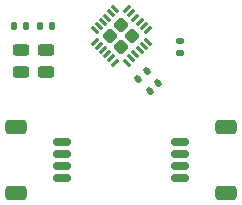
<source format=gbr>
%TF.GenerationSoftware,KiCad,Pcbnew,7.0.6*%
%TF.CreationDate,2023-08-27T19:49:05-04:00*%
%TF.ProjectId,miniclick,6d696e69-636c-4696-936b-2e6b69636164,rev?*%
%TF.SameCoordinates,Original*%
%TF.FileFunction,Paste,Bot*%
%TF.FilePolarity,Positive*%
%FSLAX46Y46*%
G04 Gerber Fmt 4.6, Leading zero omitted, Abs format (unit mm)*
G04 Created by KiCad (PCBNEW 7.0.6) date 2023-08-27 19:49:05*
%MOMM*%
%LPD*%
G01*
G04 APERTURE LIST*
G04 Aperture macros list*
%AMRoundRect*
0 Rectangle with rounded corners*
0 $1 Rounding radius*
0 $2 $3 $4 $5 $6 $7 $8 $9 X,Y pos of 4 corners*
0 Add a 4 corners polygon primitive as box body*
4,1,4,$2,$3,$4,$5,$6,$7,$8,$9,$2,$3,0*
0 Add four circle primitives for the rounded corners*
1,1,$1+$1,$2,$3*
1,1,$1+$1,$4,$5*
1,1,$1+$1,$6,$7*
1,1,$1+$1,$8,$9*
0 Add four rect primitives between the rounded corners*
20,1,$1+$1,$2,$3,$4,$5,0*
20,1,$1+$1,$4,$5,$6,$7,0*
20,1,$1+$1,$6,$7,$8,$9,0*
20,1,$1+$1,$8,$9,$2,$3,0*%
G04 Aperture macros list end*
%ADD10RoundRect,0.135000X0.135000X0.185000X-0.135000X0.185000X-0.135000X-0.185000X0.135000X-0.185000X0*%
%ADD11RoundRect,0.243750X0.456250X-0.243750X0.456250X0.243750X-0.456250X0.243750X-0.456250X-0.243750X0*%
%ADD12RoundRect,0.150000X-0.625000X0.150000X-0.625000X-0.150000X0.625000X-0.150000X0.625000X0.150000X0*%
%ADD13RoundRect,0.250000X-0.650000X0.350000X-0.650000X-0.350000X0.650000X-0.350000X0.650000X0.350000X0*%
%ADD14RoundRect,0.135000X0.185000X-0.135000X0.185000X0.135000X-0.185000X0.135000X-0.185000X-0.135000X0*%
%ADD15RoundRect,0.140000X0.021213X-0.219203X0.219203X-0.021213X-0.021213X0.219203X-0.219203X0.021213X0*%
%ADD16RoundRect,0.150000X0.625000X-0.150000X0.625000X0.150000X-0.625000X0.150000X-0.625000X-0.150000X0*%
%ADD17RoundRect,0.250000X0.650000X-0.350000X0.650000X0.350000X-0.650000X0.350000X-0.650000X-0.350000X0*%
%ADD18RoundRect,0.250000X0.000000X-0.388909X0.388909X0.000000X0.000000X0.388909X-0.388909X0.000000X0*%
%ADD19RoundRect,0.062500X-0.203293X-0.291682X0.291682X0.203293X0.203293X0.291682X-0.291682X-0.203293X0*%
%ADD20RoundRect,0.062500X0.203293X-0.291682X0.291682X-0.203293X-0.203293X0.291682X-0.291682X0.203293X0*%
G04 APERTURE END LIST*
D10*
%TO.C,R3*%
X141090000Y-90200000D03*
X142110000Y-90200000D03*
%TD*%
D11*
%TO.C,D6*%
X141600000Y-92162500D03*
X141600000Y-94037500D03*
%TD*%
D12*
%TO.C,J1*%
X153000000Y-100000000D03*
X153000000Y-101000000D03*
X153000000Y-102000000D03*
X153000000Y-103000000D03*
D13*
X156875000Y-98700000D03*
X156875000Y-104300000D03*
%TD*%
D14*
%TO.C,R2*%
X153000000Y-92410000D03*
X153000000Y-91390000D03*
%TD*%
D15*
%TO.C,C3*%
X149460589Y-94639411D03*
X150139411Y-93960589D03*
%TD*%
D10*
%TO.C,R1*%
X139920000Y-90200000D03*
X138900000Y-90200000D03*
%TD*%
D16*
%TO.C,J2*%
X143000000Y-103000000D03*
X143000000Y-102000000D03*
X143000000Y-101000000D03*
X143000000Y-100000000D03*
D17*
X139125000Y-104300000D03*
X139125000Y-98700000D03*
%TD*%
D15*
%TO.C,C2*%
X150460589Y-95639411D03*
X151139411Y-94960589D03*
%TD*%
D18*
%TO.C,U1*%
X147080761Y-91000000D03*
X148000000Y-91919239D03*
X148000000Y-90080761D03*
X148919239Y-91000000D03*
D19*
X147513864Y-93253903D03*
X147160311Y-92900349D03*
X146806757Y-92546796D03*
X146453204Y-92193243D03*
X146099651Y-91839689D03*
X145746097Y-91486136D03*
D20*
X145746097Y-90513864D03*
X146099651Y-90160311D03*
X146453204Y-89806757D03*
X146806757Y-89453204D03*
X147160311Y-89099651D03*
X147513864Y-88746097D03*
D19*
X148486136Y-88746097D03*
X148839689Y-89099651D03*
X149193243Y-89453204D03*
X149546796Y-89806757D03*
X149900349Y-90160311D03*
X150253903Y-90513864D03*
D20*
X150253903Y-91486136D03*
X149900349Y-91839689D03*
X149546796Y-92193243D03*
X149193243Y-92546796D03*
X148839689Y-92900349D03*
X148486136Y-93253903D03*
%TD*%
D11*
%TO.C,D1*%
X139500000Y-94037500D03*
X139500000Y-92162500D03*
%TD*%
M02*

</source>
